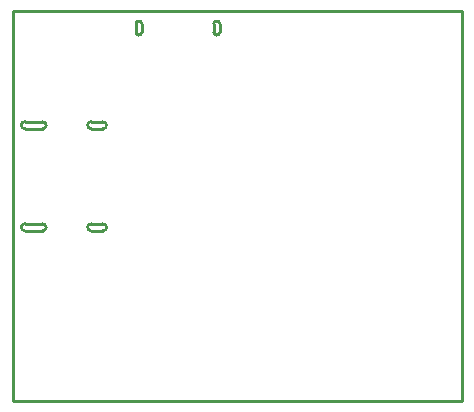
<source format=gm1>
G04 #@! TF.FileFunction,Profile,NP*
%FSLAX46Y46*%
G04 Gerber Fmt 4.6, Leading zero omitted, Abs format (unit mm)*
G04 Created by KiCad (PCBNEW 4.0.6) date 03/18/17 14:34:34*
%MOMM*%
%LPD*%
G01*
G04 APERTURE LIST*
%ADD10C,0.254000*%
G04 APERTURE END LIST*
D10*
X38000000Y0D02*
X0Y0D01*
X38000000Y33000000D02*
X38000000Y0D01*
X0Y33000000D02*
X38000000Y33000000D01*
X0Y0D02*
X0Y33000000D01*
X10920000Y31900000D02*
G75*
G03X10420000Y31900000I-250000J0D01*
G01*
X10420000Y31200000D02*
G75*
G03X10920000Y31200000I250000J0D01*
G01*
X10420000Y31200000D02*
X10420000Y31900000D01*
X10920000Y31900000D02*
X10920000Y31200000D01*
X17520000Y31900000D02*
G75*
G03X17020000Y31900000I-250000J0D01*
G01*
X17020000Y31200000D02*
G75*
G03X17520000Y31200000I250000J0D01*
G01*
X17520000Y31200000D02*
X17520000Y31900000D01*
X17020000Y31900000D02*
X17020000Y31200000D01*
X1020000Y14980000D02*
G75*
G03X1020000Y14380000I0J-300000D01*
G01*
X2520000Y14380000D02*
G75*
G03X2520000Y14980000I0J300000D01*
G01*
X1020000Y14980000D02*
X2520000Y14980000D01*
X2520000Y14380000D02*
X1020000Y14380000D01*
X1020000Y23620000D02*
G75*
G03X1020000Y23020000I0J-300000D01*
G01*
X2520000Y23020000D02*
G75*
G03X2520000Y23620000I0J300000D01*
G01*
X1020000Y23020000D02*
X2520000Y23020000D01*
X2520000Y23620000D02*
X1020000Y23620000D01*
X6630000Y14980000D02*
G75*
G03X6630000Y14380000I0J-300000D01*
G01*
X7630000Y14380000D02*
G75*
G03X7630000Y14980000I0J300000D01*
G01*
X6630000Y14980000D02*
X7630000Y14980000D01*
X7630000Y14380000D02*
X6630000Y14380000D01*
X6630000Y23620000D02*
G75*
G03X6630000Y23020000I0J-300000D01*
G01*
X7630000Y23020000D02*
G75*
G03X7630000Y23620000I0J300000D01*
G01*
X6630000Y23020000D02*
X7630000Y23020000D01*
X7630000Y23620000D02*
X6630000Y23620000D01*
M02*

</source>
